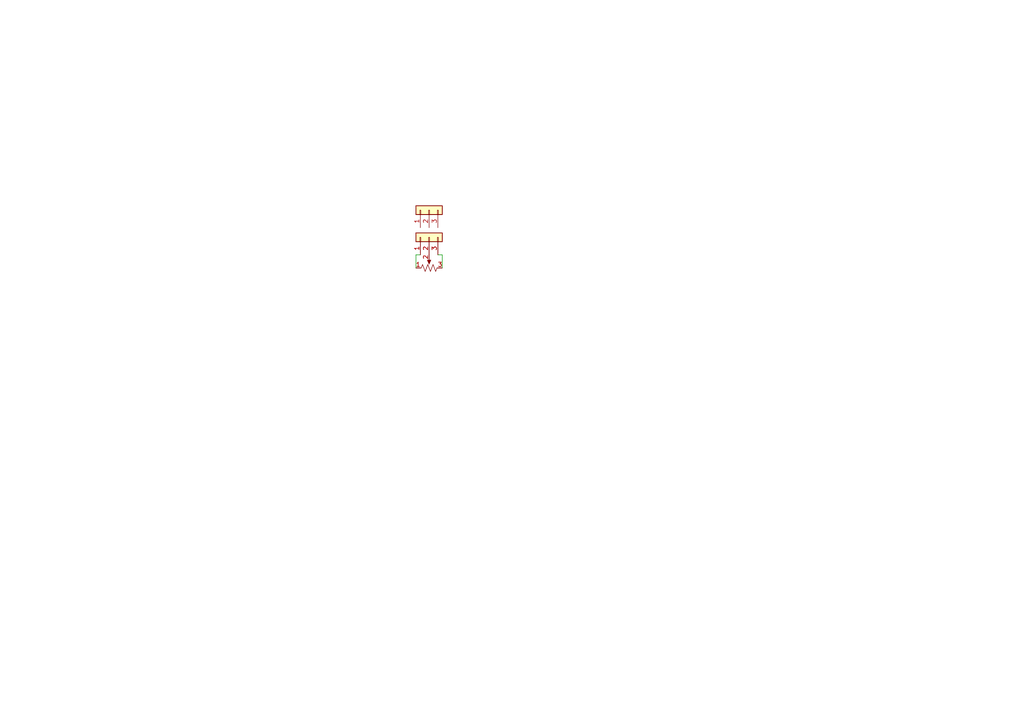
<source format=kicad_sch>
(kicad_sch (version 20211123) (generator eeschema)
  (paper "A4")
  (lib_symbols
    (symbol "Connector_Generic:Conn_01x03" (pin_names (offset 1.016) hide)
      (property "Reference" "J" (at 0 5.08 0))
      (property "Value" "Conn_01x03" (at 0 -5.08 0))
      (symbol "Conn_01x03_1_1"
        (rectangle (start -1.27 -2.413) (end 0 -2.667) (stroke (width 0.1524)))
        (rectangle (start -1.27 0.127) (end 0 -0.127) (stroke (width 0.1524)))
        (rectangle (start -1.27 2.667) (end 0 2.413) (stroke (width 0.1524)))
        (rectangle (start -1.27 3.81) (end 1.27 -3.81) (stroke (width 0.254)) (fill (type background)))
        (pin passive line (at -5.08 2.54 0) (length 3.81) (name "Pin_1") (number "1"))
        (pin passive line (at -5.08 0 0) (length 3.81) (name "Pin_2") (number "2"))
        (pin passive line (at -5.08 -2.54 0) (length 3.81) (name "Pin_3") (number "3"))
      )
    )
    (symbol "Device:R_Potentiometer_US" (pin_names (offset 1.016) hide)
      (property "Reference" "RV" (at -4.445 0 90))
      (property "Value" "R_Potentiometer_US" (at -2.54 0 90))
      (symbol "R_Potentiometer_US_0_1"
        (polyline (pts (xy 0 -2.286) (xy 0 -2.54)))
        (polyline (pts (xy 0 2.54) (xy 0 2.286)))
        (polyline (pts (xy 2.54 0) (xy 1.524 0)))
        (polyline (pts (xy 1.143 0) (xy 2.286 0.508) (xy 2.286 -0.508) (xy 1.143 0)) (fill (type outline)))
        (polyline (pts (xy 0 -0.762) (xy 1.016 -1.143) (xy 0 -1.524) (xy -1.016 -1.905) (xy 0 -2.286)))
        (polyline (pts (xy 0 0.762) (xy 1.016 0.381) (xy 0 0) (xy -1.016 -0.381) (xy 0 -0.762)))
        (polyline (pts (xy 0 2.286) (xy 1.016 1.905) (xy 0 1.524) (xy -1.016 1.143) (xy 0 0.762)))
      )
      (symbol "R_Potentiometer_US_1_1"
        (pin passive line (at 0 3.81 270) (length 1.27) (name "1") (number "1"))
        (pin passive line (at 3.81 0 180) (length 1.27) (name "2") (number "2"))
        (pin passive line (at 0 -3.81 90) (length 1.27) (name "3") (number "3"))
      )
    )
  )
  (wire (pts (xy 127 73.914) (xy 128.27 73.914)))
  (wire (pts (xy 128.27 73.914) (xy 128.27 77.724)))
  (wire (pts (xy 121.92 73.914) (xy 120.65 73.914)))
  (wire (pts (xy 120.65 73.914) (xy 120.65 77.724)))
  (symbol (lib_id "Connector_Generic:Conn_01x03") (at 124.46 68.834 90) (unit 1)
    (property "Reference" "J2" (effects hide))
    (property "Value" "Conn_01x03" (effects hide))
    (property "Footprint" "Connector_PinHeader_2.54mm:PinHeader_1x03_P2.54mm_Vertical" (effects hide))
  )
  (symbol (lib_id "Device:R_Potentiometer_US") (at 124.46 77.724 90) (unit 1)
    (property "Reference" "RV1" (effects hide))
    (property "Value" "R_Potentiometer_US" (effects hide))
    (property "Footprint" "LIBRARY-8-bit-computer:alpha-9mm-potentiometer" (effects hide))
  )
  (symbol (lib_id "Connector_Generic:Conn_01x03") (at 124.46 60.96 90) (unit 1)
    (property "Reference" "J1" (effects hide))
    (property "Value" "Conn_01x03" (effects hide))
    (property "Footprint" "Connector_PinHeader_2.54mm:PinHeader_1x03_P2.54mm_Vertical" (effects hide))
  )
)
</source>
